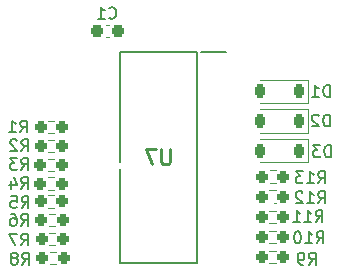
<source format=gbo>
G04 #@! TF.GenerationSoftware,KiCad,Pcbnew,8.0.2*
G04 #@! TF.CreationDate,2024-10-15T19:39:21+09:00*
G04 #@! TF.ProjectId,frontPanel,66726f6e-7450-4616-9e65-6c2e6b696361,rev?*
G04 #@! TF.SameCoordinates,Original*
G04 #@! TF.FileFunction,Legend,Bot*
G04 #@! TF.FilePolarity,Positive*
%FSLAX46Y46*%
G04 Gerber Fmt 4.6, Leading zero omitted, Abs format (unit mm)*
G04 Created by KiCad (PCBNEW 8.0.2) date 2024-10-15 19:39:21*
%MOMM*%
%LPD*%
G01*
G04 APERTURE LIST*
G04 Aperture macros list*
%AMRoundRect*
0 Rectangle with rounded corners*
0 $1 Rounding radius*
0 $2 $3 $4 $5 $6 $7 $8 $9 X,Y pos of 4 corners*
0 Add a 4 corners polygon primitive as box body*
4,1,4,$2,$3,$4,$5,$6,$7,$8,$9,$2,$3,0*
0 Add four circle primitives for the rounded corners*
1,1,$1+$1,$2,$3*
1,1,$1+$1,$4,$5*
1,1,$1+$1,$6,$7*
1,1,$1+$1,$8,$9*
0 Add four rect primitives between the rounded corners*
20,1,$1+$1,$2,$3,$4,$5,0*
20,1,$1+$1,$4,$5,$6,$7,0*
20,1,$1+$1,$6,$7,$8,$9,0*
20,1,$1+$1,$8,$9,$2,$3,0*%
G04 Aperture macros list end*
%ADD10C,0.150000*%
%ADD11C,0.254000*%
%ADD12C,0.120000*%
%ADD13C,0.200000*%
%ADD14R,1.500000X1.500000*%
%ADD15C,1.500000*%
%ADD16C,4.350000*%
%ADD17C,1.575000*%
%ADD18R,1.800000X1.800000*%
%ADD19C,1.800000*%
%ADD20C,2.400000*%
%ADD21C,1.635000*%
%ADD22C,4.455000*%
%ADD23R,1.700000X1.700000*%
%ADD24O,1.700000X1.700000*%
%ADD25RoundRect,0.237500X-0.250000X-0.237500X0.250000X-0.237500X0.250000X0.237500X-0.250000X0.237500X0*%
%ADD26RoundRect,0.237500X0.250000X0.237500X-0.250000X0.237500X-0.250000X-0.237500X0.250000X-0.237500X0*%
%ADD27RoundRect,0.225000X0.225000X0.375000X-0.225000X0.375000X-0.225000X-0.375000X0.225000X-0.375000X0*%
%ADD28R,2.100000X0.650000*%
%ADD29RoundRect,0.237500X-0.300000X-0.237500X0.300000X-0.237500X0.300000X0.237500X-0.300000X0.237500X0*%
%ADD30C,0.600000*%
G04 APERTURE END LIST*
D10*
X108755357Y-48964819D02*
X109088690Y-48488628D01*
X109326785Y-48964819D02*
X109326785Y-47964819D01*
X109326785Y-47964819D02*
X108945833Y-47964819D01*
X108945833Y-47964819D02*
X108850595Y-48012438D01*
X108850595Y-48012438D02*
X108802976Y-48060057D01*
X108802976Y-48060057D02*
X108755357Y-48155295D01*
X108755357Y-48155295D02*
X108755357Y-48298152D01*
X108755357Y-48298152D02*
X108802976Y-48393390D01*
X108802976Y-48393390D02*
X108850595Y-48441009D01*
X108850595Y-48441009D02*
X108945833Y-48488628D01*
X108945833Y-48488628D02*
X109326785Y-48488628D01*
X107802976Y-48964819D02*
X108374404Y-48964819D01*
X108088690Y-48964819D02*
X108088690Y-47964819D01*
X108088690Y-47964819D02*
X108183928Y-48107676D01*
X108183928Y-48107676D02*
X108279166Y-48202914D01*
X108279166Y-48202914D02*
X108374404Y-48250533D01*
X107422023Y-48060057D02*
X107374404Y-48012438D01*
X107374404Y-48012438D02*
X107279166Y-47964819D01*
X107279166Y-47964819D02*
X107041071Y-47964819D01*
X107041071Y-47964819D02*
X106945833Y-48012438D01*
X106945833Y-48012438D02*
X106898214Y-48060057D01*
X106898214Y-48060057D02*
X106850595Y-48155295D01*
X106850595Y-48155295D02*
X106850595Y-48250533D01*
X106850595Y-48250533D02*
X106898214Y-48393390D01*
X106898214Y-48393390D02*
X107469642Y-48964819D01*
X107469642Y-48964819D02*
X106850595Y-48964819D01*
X83616666Y-47759819D02*
X83949999Y-47283628D01*
X84188094Y-47759819D02*
X84188094Y-46759819D01*
X84188094Y-46759819D02*
X83807142Y-46759819D01*
X83807142Y-46759819D02*
X83711904Y-46807438D01*
X83711904Y-46807438D02*
X83664285Y-46855057D01*
X83664285Y-46855057D02*
X83616666Y-46950295D01*
X83616666Y-46950295D02*
X83616666Y-47093152D01*
X83616666Y-47093152D02*
X83664285Y-47188390D01*
X83664285Y-47188390D02*
X83711904Y-47236009D01*
X83711904Y-47236009D02*
X83807142Y-47283628D01*
X83807142Y-47283628D02*
X84188094Y-47283628D01*
X82759523Y-47093152D02*
X82759523Y-47759819D01*
X82997618Y-46712200D02*
X83235713Y-47426485D01*
X83235713Y-47426485D02*
X82616666Y-47426485D01*
X108555357Y-50554819D02*
X108888690Y-50078628D01*
X109126785Y-50554819D02*
X109126785Y-49554819D01*
X109126785Y-49554819D02*
X108745833Y-49554819D01*
X108745833Y-49554819D02*
X108650595Y-49602438D01*
X108650595Y-49602438D02*
X108602976Y-49650057D01*
X108602976Y-49650057D02*
X108555357Y-49745295D01*
X108555357Y-49745295D02*
X108555357Y-49888152D01*
X108555357Y-49888152D02*
X108602976Y-49983390D01*
X108602976Y-49983390D02*
X108650595Y-50031009D01*
X108650595Y-50031009D02*
X108745833Y-50078628D01*
X108745833Y-50078628D02*
X109126785Y-50078628D01*
X107602976Y-50554819D02*
X108174404Y-50554819D01*
X107888690Y-50554819D02*
X107888690Y-49554819D01*
X107888690Y-49554819D02*
X107983928Y-49697676D01*
X107983928Y-49697676D02*
X108079166Y-49792914D01*
X108079166Y-49792914D02*
X108174404Y-49840533D01*
X106650595Y-50554819D02*
X107222023Y-50554819D01*
X106936309Y-50554819D02*
X106936309Y-49554819D01*
X106936309Y-49554819D02*
X107031547Y-49697676D01*
X107031547Y-49697676D02*
X107126785Y-49792914D01*
X107126785Y-49792914D02*
X107222023Y-49840533D01*
X83704166Y-54159819D02*
X84037499Y-53683628D01*
X84275594Y-54159819D02*
X84275594Y-53159819D01*
X84275594Y-53159819D02*
X83894642Y-53159819D01*
X83894642Y-53159819D02*
X83799404Y-53207438D01*
X83799404Y-53207438D02*
X83751785Y-53255057D01*
X83751785Y-53255057D02*
X83704166Y-53350295D01*
X83704166Y-53350295D02*
X83704166Y-53493152D01*
X83704166Y-53493152D02*
X83751785Y-53588390D01*
X83751785Y-53588390D02*
X83799404Y-53636009D01*
X83799404Y-53636009D02*
X83894642Y-53683628D01*
X83894642Y-53683628D02*
X84275594Y-53683628D01*
X83132737Y-53588390D02*
X83227975Y-53540771D01*
X83227975Y-53540771D02*
X83275594Y-53493152D01*
X83275594Y-53493152D02*
X83323213Y-53397914D01*
X83323213Y-53397914D02*
X83323213Y-53350295D01*
X83323213Y-53350295D02*
X83275594Y-53255057D01*
X83275594Y-53255057D02*
X83227975Y-53207438D01*
X83227975Y-53207438D02*
X83132737Y-53159819D01*
X83132737Y-53159819D02*
X82942261Y-53159819D01*
X82942261Y-53159819D02*
X82847023Y-53207438D01*
X82847023Y-53207438D02*
X82799404Y-53255057D01*
X82799404Y-53255057D02*
X82751785Y-53350295D01*
X82751785Y-53350295D02*
X82751785Y-53397914D01*
X82751785Y-53397914D02*
X82799404Y-53493152D01*
X82799404Y-53493152D02*
X82847023Y-53540771D01*
X82847023Y-53540771D02*
X82942261Y-53588390D01*
X82942261Y-53588390D02*
X83132737Y-53588390D01*
X83132737Y-53588390D02*
X83227975Y-53636009D01*
X83227975Y-53636009D02*
X83275594Y-53683628D01*
X83275594Y-53683628D02*
X83323213Y-53778866D01*
X83323213Y-53778866D02*
X83323213Y-53969342D01*
X83323213Y-53969342D02*
X83275594Y-54064580D01*
X83275594Y-54064580D02*
X83227975Y-54112200D01*
X83227975Y-54112200D02*
X83132737Y-54159819D01*
X83132737Y-54159819D02*
X82942261Y-54159819D01*
X82942261Y-54159819D02*
X82847023Y-54112200D01*
X82847023Y-54112200D02*
X82799404Y-54064580D01*
X82799404Y-54064580D02*
X82751785Y-53969342D01*
X82751785Y-53969342D02*
X82751785Y-53778866D01*
X82751785Y-53778866D02*
X82799404Y-53683628D01*
X82799404Y-53683628D02*
X82847023Y-53636009D01*
X82847023Y-53636009D02*
X82942261Y-53588390D01*
X109850594Y-45054819D02*
X109850594Y-44054819D01*
X109850594Y-44054819D02*
X109612499Y-44054819D01*
X109612499Y-44054819D02*
X109469642Y-44102438D01*
X109469642Y-44102438D02*
X109374404Y-44197676D01*
X109374404Y-44197676D02*
X109326785Y-44292914D01*
X109326785Y-44292914D02*
X109279166Y-44483390D01*
X109279166Y-44483390D02*
X109279166Y-44626247D01*
X109279166Y-44626247D02*
X109326785Y-44816723D01*
X109326785Y-44816723D02*
X109374404Y-44911961D01*
X109374404Y-44911961D02*
X109469642Y-45007200D01*
X109469642Y-45007200D02*
X109612499Y-45054819D01*
X109612499Y-45054819D02*
X109850594Y-45054819D01*
X108945832Y-44054819D02*
X108326785Y-44054819D01*
X108326785Y-44054819D02*
X108660118Y-44435771D01*
X108660118Y-44435771D02*
X108517261Y-44435771D01*
X108517261Y-44435771D02*
X108422023Y-44483390D01*
X108422023Y-44483390D02*
X108374404Y-44531009D01*
X108374404Y-44531009D02*
X108326785Y-44626247D01*
X108326785Y-44626247D02*
X108326785Y-44864342D01*
X108326785Y-44864342D02*
X108374404Y-44959580D01*
X108374404Y-44959580D02*
X108422023Y-45007200D01*
X108422023Y-45007200D02*
X108517261Y-45054819D01*
X108517261Y-45054819D02*
X108802975Y-45054819D01*
X108802975Y-45054819D02*
X108898213Y-45007200D01*
X108898213Y-45007200D02*
X108945832Y-44959580D01*
X83616666Y-50859819D02*
X83949999Y-50383628D01*
X84188094Y-50859819D02*
X84188094Y-49859819D01*
X84188094Y-49859819D02*
X83807142Y-49859819D01*
X83807142Y-49859819D02*
X83711904Y-49907438D01*
X83711904Y-49907438D02*
X83664285Y-49955057D01*
X83664285Y-49955057D02*
X83616666Y-50050295D01*
X83616666Y-50050295D02*
X83616666Y-50193152D01*
X83616666Y-50193152D02*
X83664285Y-50288390D01*
X83664285Y-50288390D02*
X83711904Y-50336009D01*
X83711904Y-50336009D02*
X83807142Y-50383628D01*
X83807142Y-50383628D02*
X84188094Y-50383628D01*
X82759523Y-49859819D02*
X82949999Y-49859819D01*
X82949999Y-49859819D02*
X83045237Y-49907438D01*
X83045237Y-49907438D02*
X83092856Y-49955057D01*
X83092856Y-49955057D02*
X83188094Y-50097914D01*
X83188094Y-50097914D02*
X83235713Y-50288390D01*
X83235713Y-50288390D02*
X83235713Y-50669342D01*
X83235713Y-50669342D02*
X83188094Y-50764580D01*
X83188094Y-50764580D02*
X83140475Y-50812200D01*
X83140475Y-50812200D02*
X83045237Y-50859819D01*
X83045237Y-50859819D02*
X82854761Y-50859819D01*
X82854761Y-50859819D02*
X82759523Y-50812200D01*
X82759523Y-50812200D02*
X82711904Y-50764580D01*
X82711904Y-50764580D02*
X82664285Y-50669342D01*
X82664285Y-50669342D02*
X82664285Y-50431247D01*
X82664285Y-50431247D02*
X82711904Y-50336009D01*
X82711904Y-50336009D02*
X82759523Y-50288390D01*
X82759523Y-50288390D02*
X82854761Y-50240771D01*
X82854761Y-50240771D02*
X83045237Y-50240771D01*
X83045237Y-50240771D02*
X83140475Y-50288390D01*
X83140475Y-50288390D02*
X83188094Y-50336009D01*
X83188094Y-50336009D02*
X83235713Y-50431247D01*
D11*
X96217619Y-44409318D02*
X96217619Y-45437413D01*
X96217619Y-45437413D02*
X96157142Y-45558365D01*
X96157142Y-45558365D02*
X96096666Y-45618842D01*
X96096666Y-45618842D02*
X95975714Y-45679318D01*
X95975714Y-45679318D02*
X95733809Y-45679318D01*
X95733809Y-45679318D02*
X95612857Y-45618842D01*
X95612857Y-45618842D02*
X95552380Y-45558365D01*
X95552380Y-45558365D02*
X95491904Y-45437413D01*
X95491904Y-45437413D02*
X95491904Y-44409318D01*
X95008095Y-44409318D02*
X94161428Y-44409318D01*
X94161428Y-44409318D02*
X94705714Y-45679318D01*
D10*
X83629166Y-46149819D02*
X83962499Y-45673628D01*
X84200594Y-46149819D02*
X84200594Y-45149819D01*
X84200594Y-45149819D02*
X83819642Y-45149819D01*
X83819642Y-45149819D02*
X83724404Y-45197438D01*
X83724404Y-45197438D02*
X83676785Y-45245057D01*
X83676785Y-45245057D02*
X83629166Y-45340295D01*
X83629166Y-45340295D02*
X83629166Y-45483152D01*
X83629166Y-45483152D02*
X83676785Y-45578390D01*
X83676785Y-45578390D02*
X83724404Y-45626009D01*
X83724404Y-45626009D02*
X83819642Y-45673628D01*
X83819642Y-45673628D02*
X84200594Y-45673628D01*
X83295832Y-45149819D02*
X82676785Y-45149819D01*
X82676785Y-45149819D02*
X83010118Y-45530771D01*
X83010118Y-45530771D02*
X82867261Y-45530771D01*
X82867261Y-45530771D02*
X82772023Y-45578390D01*
X82772023Y-45578390D02*
X82724404Y-45626009D01*
X82724404Y-45626009D02*
X82676785Y-45721247D01*
X82676785Y-45721247D02*
X82676785Y-45959342D01*
X82676785Y-45959342D02*
X82724404Y-46054580D01*
X82724404Y-46054580D02*
X82772023Y-46102200D01*
X82772023Y-46102200D02*
X82867261Y-46149819D01*
X82867261Y-46149819D02*
X83152975Y-46149819D01*
X83152975Y-46149819D02*
X83248213Y-46102200D01*
X83248213Y-46102200D02*
X83295832Y-46054580D01*
X91066666Y-33259580D02*
X91114285Y-33307200D01*
X91114285Y-33307200D02*
X91257142Y-33354819D01*
X91257142Y-33354819D02*
X91352380Y-33354819D01*
X91352380Y-33354819D02*
X91495237Y-33307200D01*
X91495237Y-33307200D02*
X91590475Y-33211961D01*
X91590475Y-33211961D02*
X91638094Y-33116723D01*
X91638094Y-33116723D02*
X91685713Y-32926247D01*
X91685713Y-32926247D02*
X91685713Y-32783390D01*
X91685713Y-32783390D02*
X91638094Y-32592914D01*
X91638094Y-32592914D02*
X91590475Y-32497676D01*
X91590475Y-32497676D02*
X91495237Y-32402438D01*
X91495237Y-32402438D02*
X91352380Y-32354819D01*
X91352380Y-32354819D02*
X91257142Y-32354819D01*
X91257142Y-32354819D02*
X91114285Y-32402438D01*
X91114285Y-32402438D02*
X91066666Y-32450057D01*
X90114285Y-33354819D02*
X90685713Y-33354819D01*
X90399999Y-33354819D02*
X90399999Y-32354819D01*
X90399999Y-32354819D02*
X90495237Y-32497676D01*
X90495237Y-32497676D02*
X90590475Y-32592914D01*
X90590475Y-32592914D02*
X90685713Y-32640533D01*
X83541666Y-42959819D02*
X83874999Y-42483628D01*
X84113094Y-42959819D02*
X84113094Y-41959819D01*
X84113094Y-41959819D02*
X83732142Y-41959819D01*
X83732142Y-41959819D02*
X83636904Y-42007438D01*
X83636904Y-42007438D02*
X83589285Y-42055057D01*
X83589285Y-42055057D02*
X83541666Y-42150295D01*
X83541666Y-42150295D02*
X83541666Y-42293152D01*
X83541666Y-42293152D02*
X83589285Y-42388390D01*
X83589285Y-42388390D02*
X83636904Y-42436009D01*
X83636904Y-42436009D02*
X83732142Y-42483628D01*
X83732142Y-42483628D02*
X84113094Y-42483628D01*
X82589285Y-42959819D02*
X83160713Y-42959819D01*
X82874999Y-42959819D02*
X82874999Y-41959819D01*
X82874999Y-41959819D02*
X82970237Y-42102676D01*
X82970237Y-42102676D02*
X83065475Y-42197914D01*
X83065475Y-42197914D02*
X83160713Y-42245533D01*
X107979166Y-54154819D02*
X108312499Y-53678628D01*
X108550594Y-54154819D02*
X108550594Y-53154819D01*
X108550594Y-53154819D02*
X108169642Y-53154819D01*
X108169642Y-53154819D02*
X108074404Y-53202438D01*
X108074404Y-53202438D02*
X108026785Y-53250057D01*
X108026785Y-53250057D02*
X107979166Y-53345295D01*
X107979166Y-53345295D02*
X107979166Y-53488152D01*
X107979166Y-53488152D02*
X108026785Y-53583390D01*
X108026785Y-53583390D02*
X108074404Y-53631009D01*
X108074404Y-53631009D02*
X108169642Y-53678628D01*
X108169642Y-53678628D02*
X108550594Y-53678628D01*
X107502975Y-54154819D02*
X107312499Y-54154819D01*
X107312499Y-54154819D02*
X107217261Y-54107200D01*
X107217261Y-54107200D02*
X107169642Y-54059580D01*
X107169642Y-54059580D02*
X107074404Y-53916723D01*
X107074404Y-53916723D02*
X107026785Y-53726247D01*
X107026785Y-53726247D02*
X107026785Y-53345295D01*
X107026785Y-53345295D02*
X107074404Y-53250057D01*
X107074404Y-53250057D02*
X107122023Y-53202438D01*
X107122023Y-53202438D02*
X107217261Y-53154819D01*
X107217261Y-53154819D02*
X107407737Y-53154819D01*
X107407737Y-53154819D02*
X107502975Y-53202438D01*
X107502975Y-53202438D02*
X107550594Y-53250057D01*
X107550594Y-53250057D02*
X107598213Y-53345295D01*
X107598213Y-53345295D02*
X107598213Y-53583390D01*
X107598213Y-53583390D02*
X107550594Y-53678628D01*
X107550594Y-53678628D02*
X107502975Y-53726247D01*
X107502975Y-53726247D02*
X107407737Y-53773866D01*
X107407737Y-53773866D02*
X107217261Y-53773866D01*
X107217261Y-53773866D02*
X107122023Y-53726247D01*
X107122023Y-53726247D02*
X107074404Y-53678628D01*
X107074404Y-53678628D02*
X107026785Y-53583390D01*
X83641666Y-44559819D02*
X83974999Y-44083628D01*
X84213094Y-44559819D02*
X84213094Y-43559819D01*
X84213094Y-43559819D02*
X83832142Y-43559819D01*
X83832142Y-43559819D02*
X83736904Y-43607438D01*
X83736904Y-43607438D02*
X83689285Y-43655057D01*
X83689285Y-43655057D02*
X83641666Y-43750295D01*
X83641666Y-43750295D02*
X83641666Y-43893152D01*
X83641666Y-43893152D02*
X83689285Y-43988390D01*
X83689285Y-43988390D02*
X83736904Y-44036009D01*
X83736904Y-44036009D02*
X83832142Y-44083628D01*
X83832142Y-44083628D02*
X84213094Y-44083628D01*
X83260713Y-43655057D02*
X83213094Y-43607438D01*
X83213094Y-43607438D02*
X83117856Y-43559819D01*
X83117856Y-43559819D02*
X82879761Y-43559819D01*
X82879761Y-43559819D02*
X82784523Y-43607438D01*
X82784523Y-43607438D02*
X82736904Y-43655057D01*
X82736904Y-43655057D02*
X82689285Y-43750295D01*
X82689285Y-43750295D02*
X82689285Y-43845533D01*
X82689285Y-43845533D02*
X82736904Y-43988390D01*
X82736904Y-43988390D02*
X83308332Y-44559819D01*
X83308332Y-44559819D02*
X82689285Y-44559819D01*
X109750594Y-42454819D02*
X109750594Y-41454819D01*
X109750594Y-41454819D02*
X109512499Y-41454819D01*
X109512499Y-41454819D02*
X109369642Y-41502438D01*
X109369642Y-41502438D02*
X109274404Y-41597676D01*
X109274404Y-41597676D02*
X109226785Y-41692914D01*
X109226785Y-41692914D02*
X109179166Y-41883390D01*
X109179166Y-41883390D02*
X109179166Y-42026247D01*
X109179166Y-42026247D02*
X109226785Y-42216723D01*
X109226785Y-42216723D02*
X109274404Y-42311961D01*
X109274404Y-42311961D02*
X109369642Y-42407200D01*
X109369642Y-42407200D02*
X109512499Y-42454819D01*
X109512499Y-42454819D02*
X109750594Y-42454819D01*
X108798213Y-41550057D02*
X108750594Y-41502438D01*
X108750594Y-41502438D02*
X108655356Y-41454819D01*
X108655356Y-41454819D02*
X108417261Y-41454819D01*
X108417261Y-41454819D02*
X108322023Y-41502438D01*
X108322023Y-41502438D02*
X108274404Y-41550057D01*
X108274404Y-41550057D02*
X108226785Y-41645295D01*
X108226785Y-41645295D02*
X108226785Y-41740533D01*
X108226785Y-41740533D02*
X108274404Y-41883390D01*
X108274404Y-41883390D02*
X108845832Y-42454819D01*
X108845832Y-42454819D02*
X108226785Y-42454819D01*
X83654166Y-49359819D02*
X83987499Y-48883628D01*
X84225594Y-49359819D02*
X84225594Y-48359819D01*
X84225594Y-48359819D02*
X83844642Y-48359819D01*
X83844642Y-48359819D02*
X83749404Y-48407438D01*
X83749404Y-48407438D02*
X83701785Y-48455057D01*
X83701785Y-48455057D02*
X83654166Y-48550295D01*
X83654166Y-48550295D02*
X83654166Y-48693152D01*
X83654166Y-48693152D02*
X83701785Y-48788390D01*
X83701785Y-48788390D02*
X83749404Y-48836009D01*
X83749404Y-48836009D02*
X83844642Y-48883628D01*
X83844642Y-48883628D02*
X84225594Y-48883628D01*
X82749404Y-48359819D02*
X83225594Y-48359819D01*
X83225594Y-48359819D02*
X83273213Y-48836009D01*
X83273213Y-48836009D02*
X83225594Y-48788390D01*
X83225594Y-48788390D02*
X83130356Y-48740771D01*
X83130356Y-48740771D02*
X82892261Y-48740771D01*
X82892261Y-48740771D02*
X82797023Y-48788390D01*
X82797023Y-48788390D02*
X82749404Y-48836009D01*
X82749404Y-48836009D02*
X82701785Y-48931247D01*
X82701785Y-48931247D02*
X82701785Y-49169342D01*
X82701785Y-49169342D02*
X82749404Y-49264580D01*
X82749404Y-49264580D02*
X82797023Y-49312200D01*
X82797023Y-49312200D02*
X82892261Y-49359819D01*
X82892261Y-49359819D02*
X83130356Y-49359819D01*
X83130356Y-49359819D02*
X83225594Y-49312200D01*
X83225594Y-49312200D02*
X83273213Y-49264580D01*
X109750594Y-39954819D02*
X109750594Y-38954819D01*
X109750594Y-38954819D02*
X109512499Y-38954819D01*
X109512499Y-38954819D02*
X109369642Y-39002438D01*
X109369642Y-39002438D02*
X109274404Y-39097676D01*
X109274404Y-39097676D02*
X109226785Y-39192914D01*
X109226785Y-39192914D02*
X109179166Y-39383390D01*
X109179166Y-39383390D02*
X109179166Y-39526247D01*
X109179166Y-39526247D02*
X109226785Y-39716723D01*
X109226785Y-39716723D02*
X109274404Y-39811961D01*
X109274404Y-39811961D02*
X109369642Y-39907200D01*
X109369642Y-39907200D02*
X109512499Y-39954819D01*
X109512499Y-39954819D02*
X109750594Y-39954819D01*
X108226785Y-39954819D02*
X108798213Y-39954819D01*
X108512499Y-39954819D02*
X108512499Y-38954819D01*
X108512499Y-38954819D02*
X108607737Y-39097676D01*
X108607737Y-39097676D02*
X108702975Y-39192914D01*
X108702975Y-39192914D02*
X108798213Y-39240533D01*
X108630357Y-52354819D02*
X108963690Y-51878628D01*
X109201785Y-52354819D02*
X109201785Y-51354819D01*
X109201785Y-51354819D02*
X108820833Y-51354819D01*
X108820833Y-51354819D02*
X108725595Y-51402438D01*
X108725595Y-51402438D02*
X108677976Y-51450057D01*
X108677976Y-51450057D02*
X108630357Y-51545295D01*
X108630357Y-51545295D02*
X108630357Y-51688152D01*
X108630357Y-51688152D02*
X108677976Y-51783390D01*
X108677976Y-51783390D02*
X108725595Y-51831009D01*
X108725595Y-51831009D02*
X108820833Y-51878628D01*
X108820833Y-51878628D02*
X109201785Y-51878628D01*
X107677976Y-52354819D02*
X108249404Y-52354819D01*
X107963690Y-52354819D02*
X107963690Y-51354819D01*
X107963690Y-51354819D02*
X108058928Y-51497676D01*
X108058928Y-51497676D02*
X108154166Y-51592914D01*
X108154166Y-51592914D02*
X108249404Y-51640533D01*
X107058928Y-51354819D02*
X106963690Y-51354819D01*
X106963690Y-51354819D02*
X106868452Y-51402438D01*
X106868452Y-51402438D02*
X106820833Y-51450057D01*
X106820833Y-51450057D02*
X106773214Y-51545295D01*
X106773214Y-51545295D02*
X106725595Y-51735771D01*
X106725595Y-51735771D02*
X106725595Y-51973866D01*
X106725595Y-51973866D02*
X106773214Y-52164342D01*
X106773214Y-52164342D02*
X106820833Y-52259580D01*
X106820833Y-52259580D02*
X106868452Y-52307200D01*
X106868452Y-52307200D02*
X106963690Y-52354819D01*
X106963690Y-52354819D02*
X107058928Y-52354819D01*
X107058928Y-52354819D02*
X107154166Y-52307200D01*
X107154166Y-52307200D02*
X107201785Y-52259580D01*
X107201785Y-52259580D02*
X107249404Y-52164342D01*
X107249404Y-52164342D02*
X107297023Y-51973866D01*
X107297023Y-51973866D02*
X107297023Y-51735771D01*
X107297023Y-51735771D02*
X107249404Y-51545295D01*
X107249404Y-51545295D02*
X107201785Y-51450057D01*
X107201785Y-51450057D02*
X107154166Y-51402438D01*
X107154166Y-51402438D02*
X107058928Y-51354819D01*
X108767857Y-47274819D02*
X109101190Y-46798628D01*
X109339285Y-47274819D02*
X109339285Y-46274819D01*
X109339285Y-46274819D02*
X108958333Y-46274819D01*
X108958333Y-46274819D02*
X108863095Y-46322438D01*
X108863095Y-46322438D02*
X108815476Y-46370057D01*
X108815476Y-46370057D02*
X108767857Y-46465295D01*
X108767857Y-46465295D02*
X108767857Y-46608152D01*
X108767857Y-46608152D02*
X108815476Y-46703390D01*
X108815476Y-46703390D02*
X108863095Y-46751009D01*
X108863095Y-46751009D02*
X108958333Y-46798628D01*
X108958333Y-46798628D02*
X109339285Y-46798628D01*
X107815476Y-47274819D02*
X108386904Y-47274819D01*
X108101190Y-47274819D02*
X108101190Y-46274819D01*
X108101190Y-46274819D02*
X108196428Y-46417676D01*
X108196428Y-46417676D02*
X108291666Y-46512914D01*
X108291666Y-46512914D02*
X108386904Y-46560533D01*
X107482142Y-46274819D02*
X106863095Y-46274819D01*
X106863095Y-46274819D02*
X107196428Y-46655771D01*
X107196428Y-46655771D02*
X107053571Y-46655771D01*
X107053571Y-46655771D02*
X106958333Y-46703390D01*
X106958333Y-46703390D02*
X106910714Y-46751009D01*
X106910714Y-46751009D02*
X106863095Y-46846247D01*
X106863095Y-46846247D02*
X106863095Y-47084342D01*
X106863095Y-47084342D02*
X106910714Y-47179580D01*
X106910714Y-47179580D02*
X106958333Y-47227200D01*
X106958333Y-47227200D02*
X107053571Y-47274819D01*
X107053571Y-47274819D02*
X107339285Y-47274819D01*
X107339285Y-47274819D02*
X107434523Y-47227200D01*
X107434523Y-47227200D02*
X107482142Y-47179580D01*
X83629166Y-52539819D02*
X83962499Y-52063628D01*
X84200594Y-52539819D02*
X84200594Y-51539819D01*
X84200594Y-51539819D02*
X83819642Y-51539819D01*
X83819642Y-51539819D02*
X83724404Y-51587438D01*
X83724404Y-51587438D02*
X83676785Y-51635057D01*
X83676785Y-51635057D02*
X83629166Y-51730295D01*
X83629166Y-51730295D02*
X83629166Y-51873152D01*
X83629166Y-51873152D02*
X83676785Y-51968390D01*
X83676785Y-51968390D02*
X83724404Y-52016009D01*
X83724404Y-52016009D02*
X83819642Y-52063628D01*
X83819642Y-52063628D02*
X84200594Y-52063628D01*
X83295832Y-51539819D02*
X82629166Y-51539819D01*
X82629166Y-51539819D02*
X83057737Y-52539819D01*
D12*
X105154724Y-47877500D02*
X104645276Y-47877500D01*
X105154724Y-48922500D02*
X104645276Y-48922500D01*
X85907776Y-46782500D02*
X86417224Y-46782500D01*
X85907776Y-47827500D02*
X86417224Y-47827500D01*
X105154724Y-49577500D02*
X104645276Y-49577500D01*
X105154724Y-50622500D02*
X104645276Y-50622500D01*
X86082776Y-53082500D02*
X86592224Y-53082500D01*
X86082776Y-54127500D02*
X86592224Y-54127500D01*
X103862500Y-43500000D02*
X107872500Y-43500000D01*
X103862500Y-45500000D02*
X107872500Y-45500000D01*
X107872500Y-45500000D02*
X107872500Y-43500000D01*
X85995276Y-49882500D02*
X86504724Y-49882500D01*
X85995276Y-50927500D02*
X86504724Y-50927500D01*
D13*
X92000000Y-36153000D02*
X98500000Y-36153000D01*
X92000000Y-54057000D02*
X92000000Y-36153000D01*
X98500000Y-36153000D02*
X98500000Y-54057000D01*
X98500000Y-54057000D02*
X92000000Y-54057000D01*
X98850000Y-36175000D02*
X100950000Y-36175000D01*
D12*
X85907776Y-45182500D02*
X86417224Y-45182500D01*
X85907776Y-46227500D02*
X86417224Y-46227500D01*
X91083767Y-33890000D02*
X90791233Y-33890000D01*
X91083767Y-34910000D02*
X90791233Y-34910000D01*
X85920276Y-41972500D02*
X86429724Y-41972500D01*
X85920276Y-43017500D02*
X86429724Y-43017500D01*
X105154724Y-52977500D02*
X104645276Y-52977500D01*
X105154724Y-54022500D02*
X104645276Y-54022500D01*
X85920276Y-43582500D02*
X86429724Y-43582500D01*
X85920276Y-44627500D02*
X86429724Y-44627500D01*
X103862500Y-41000000D02*
X107872500Y-41000000D01*
X103862500Y-43000000D02*
X107872500Y-43000000D01*
X107872500Y-43000000D02*
X107872500Y-41000000D01*
X85920276Y-48282500D02*
X86429724Y-48282500D01*
X85920276Y-49327500D02*
X86429724Y-49327500D01*
X103862500Y-38500000D02*
X107872500Y-38500000D01*
X103862500Y-40500000D02*
X107872500Y-40500000D01*
X107872500Y-40500000D02*
X107872500Y-38500000D01*
X105154724Y-51277500D02*
X104645276Y-51277500D01*
X105154724Y-52322500D02*
X104645276Y-52322500D01*
X105167224Y-46177500D02*
X104657776Y-46177500D01*
X105167224Y-47222500D02*
X104657776Y-47222500D01*
X86007776Y-51482500D02*
X86517224Y-51482500D01*
X86007776Y-52527500D02*
X86517224Y-52527500D01*
%LPC*%
D14*
X89100000Y-74575000D03*
D15*
X91600000Y-74575000D03*
X94100000Y-74575000D03*
X96600000Y-74575000D03*
D16*
X87050000Y-63575000D03*
X98650000Y-63575000D03*
D17*
X162831000Y-90650000D03*
X156331000Y-90650000D03*
X162831000Y-86150000D03*
X156331000Y-86150000D03*
X94100000Y-127800000D03*
X87600000Y-127800000D03*
X94100000Y-123300000D03*
X87600000Y-123300000D03*
D14*
X26950000Y-74700000D03*
D15*
X29450000Y-74700000D03*
X31950000Y-74700000D03*
X34450000Y-74700000D03*
D16*
X24900000Y-63700000D03*
X36500000Y-63700000D03*
D17*
X104331000Y-90650000D03*
X97831000Y-90650000D03*
X104331000Y-86150000D03*
X97831000Y-86150000D03*
D18*
X100096000Y-80850000D03*
D19*
X102636000Y-80850000D03*
D18*
X72091000Y-98900000D03*
D19*
X74631000Y-98900000D03*
D18*
X40831000Y-99400000D03*
D19*
X43371000Y-99400000D03*
D17*
X130531000Y-90650000D03*
X124031000Y-90650000D03*
X130531000Y-86150000D03*
X124031000Y-86150000D03*
X98200000Y-108700000D03*
X91700000Y-108700000D03*
X98200000Y-104200000D03*
X91700000Y-104200000D03*
X29331000Y-90350000D03*
X22831000Y-90350000D03*
X29331000Y-85850000D03*
X22831000Y-85850000D03*
X126300000Y-127800000D03*
X119800000Y-127800000D03*
X126300000Y-123300000D03*
X119800000Y-123300000D03*
D18*
X46925000Y-117600000D03*
D19*
X49465000Y-117600000D03*
D18*
X52391000Y-80650000D03*
D19*
X54931000Y-80650000D03*
D18*
X36100000Y-117600000D03*
D19*
X38640000Y-117600000D03*
D20*
X155000000Y-38700000D03*
X138700000Y-38700000D03*
X155000000Y-32400000D03*
X138700000Y-32400000D03*
X155000000Y-45000000D03*
X138700000Y-45000000D03*
D17*
X152131000Y-90650000D03*
X145631000Y-90650000D03*
X152131000Y-86150000D03*
X145631000Y-86150000D03*
X141331000Y-90650000D03*
X134831000Y-90650000D03*
X141331000Y-86150000D03*
X134831000Y-86150000D03*
D18*
X132360000Y-117800000D03*
D19*
X134900000Y-117800000D03*
D17*
X56600000Y-90600000D03*
X50100000Y-90600000D03*
X56600000Y-86100000D03*
X50100000Y-86100000D03*
X87500000Y-108700000D03*
X81000000Y-108700000D03*
X87500000Y-104200000D03*
X81000000Y-104200000D03*
D14*
X155450000Y-74400000D03*
D15*
X157950000Y-74400000D03*
X160450000Y-74400000D03*
X162950000Y-74400000D03*
D16*
X153400000Y-63400000D03*
X165000000Y-63400000D03*
D18*
X143560000Y-117700000D03*
D19*
X146100000Y-117700000D03*
D18*
X82956000Y-98900000D03*
D19*
X85496000Y-98900000D03*
D17*
X45700000Y-108700000D03*
X39200000Y-108700000D03*
X45700000Y-104200000D03*
X39200000Y-104200000D03*
D18*
X78825000Y-117900000D03*
D19*
X81365000Y-117900000D03*
D14*
X117950000Y-45700000D03*
D15*
X120450000Y-45700000D03*
X122950000Y-45700000D03*
X125450000Y-45700000D03*
D16*
X115900000Y-34700000D03*
X127500000Y-34700000D03*
D18*
X147391000Y-80850000D03*
D19*
X149931000Y-80850000D03*
D18*
X158831000Y-80850000D03*
D19*
X161371000Y-80850000D03*
D18*
X89331000Y-80850000D03*
D19*
X91871000Y-80850000D03*
D18*
X41391000Y-80650000D03*
D19*
X43931000Y-80650000D03*
D18*
X100225000Y-117900000D03*
D19*
X102765000Y-117900000D03*
D17*
X29835000Y-107800000D03*
X23335000Y-107800000D03*
X29835000Y-103300000D03*
X23335000Y-103300000D03*
X160400000Y-127700000D03*
X153900000Y-127700000D03*
X160400000Y-123200000D03*
X153900000Y-123200000D03*
X147700000Y-127800000D03*
X141200000Y-127800000D03*
X147700000Y-123300000D03*
X141200000Y-123300000D03*
X61900000Y-127790000D03*
X55400000Y-127790000D03*
X61900000Y-123290000D03*
X55400000Y-123290000D03*
D18*
X110631000Y-80850000D03*
D19*
X113171000Y-80850000D03*
D17*
X126400000Y-108600000D03*
X119900000Y-108600000D03*
X126400000Y-104100000D03*
X119900000Y-104100000D03*
X45931000Y-90550000D03*
X39431000Y-90550000D03*
X45931000Y-86050000D03*
X39431000Y-86050000D03*
D18*
X73791000Y-80650000D03*
D19*
X76331000Y-80650000D03*
D18*
X119156000Y-98600000D03*
D19*
X121696000Y-98600000D03*
D21*
X28340000Y-46000000D03*
X30880000Y-46000000D03*
X33420000Y-46000000D03*
X25800000Y-46000000D03*
X35960000Y-46000000D03*
D18*
X57560000Y-117600000D03*
D19*
X60100000Y-117600000D03*
D18*
X132891000Y-98800000D03*
D19*
X135431000Y-98800000D03*
D14*
X129150000Y-74475000D03*
D15*
X131650000Y-74475000D03*
X134150000Y-74475000D03*
X136650000Y-74475000D03*
D16*
X127100000Y-63475000D03*
X138700000Y-63475000D03*
D14*
X47450000Y-74600000D03*
D15*
X49950000Y-74600000D03*
X52450000Y-74600000D03*
X54950000Y-74600000D03*
D16*
X45400000Y-63600000D03*
X57000000Y-63600000D03*
D17*
X56431000Y-108700000D03*
X49931000Y-108700000D03*
X56431000Y-104200000D03*
X49931000Y-104200000D03*
X83300000Y-127800000D03*
X76800000Y-127800000D03*
X83300000Y-123300000D03*
X76800000Y-123300000D03*
X67300000Y-90600000D03*
X60800000Y-90600000D03*
X67300000Y-86100000D03*
X60800000Y-86100000D03*
D18*
X121560000Y-117900000D03*
D19*
X124100000Y-117900000D03*
D14*
X109150000Y-74500000D03*
D15*
X111650000Y-74500000D03*
X114150000Y-74500000D03*
X116650000Y-74500000D03*
D16*
X107100000Y-63500000D03*
X118700000Y-63500000D03*
D18*
X25860000Y-97600000D03*
D19*
X28400000Y-97600000D03*
D17*
X78031000Y-90550000D03*
X71531000Y-90550000D03*
X78031000Y-86050000D03*
X71531000Y-86050000D03*
D18*
X143556000Y-98900000D03*
D19*
X146096000Y-98900000D03*
D18*
X125956000Y-80850000D03*
D19*
X128496000Y-80850000D03*
D18*
X125531000Y-98800000D03*
D19*
X128071000Y-98800000D03*
D17*
X93631000Y-90650000D03*
X87131000Y-90650000D03*
X93631000Y-86150000D03*
X87131000Y-86150000D03*
X76800000Y-108700000D03*
X70300000Y-108700000D03*
X76800000Y-104200000D03*
X70300000Y-104200000D03*
D18*
X89625000Y-117900000D03*
D19*
X92165000Y-117900000D03*
D18*
X136256000Y-80850000D03*
D19*
X138796000Y-80850000D03*
D18*
X62791000Y-80750000D03*
D19*
X65331000Y-80750000D03*
D17*
X72600000Y-127800000D03*
X66100000Y-127800000D03*
X72600000Y-123300000D03*
X66100000Y-123300000D03*
X40480000Y-127790000D03*
X33980000Y-127790000D03*
X40480000Y-123290000D03*
X33980000Y-123290000D03*
D14*
X69200000Y-74300000D03*
D15*
X67200000Y-74300000D03*
X77200000Y-74300000D03*
X71200000Y-74300000D03*
X73200000Y-74300000D03*
X75200000Y-74300000D03*
D22*
X66400000Y-63300000D03*
X78000000Y-63300000D03*
D17*
X115600000Y-127800000D03*
X109100000Y-127800000D03*
X115600000Y-123300000D03*
X109100000Y-123300000D03*
X137000000Y-127800000D03*
X130500000Y-127800000D03*
X137000000Y-123300000D03*
X130500000Y-123300000D03*
D18*
X111125000Y-117800000D03*
D19*
X113665000Y-117800000D03*
D17*
X137100000Y-108600000D03*
X130600000Y-108600000D03*
X137100000Y-104100000D03*
X130600000Y-104100000D03*
D18*
X68225000Y-117600000D03*
D19*
X70765000Y-117600000D03*
D17*
X115031000Y-90650000D03*
X108531000Y-90650000D03*
X115031000Y-86150000D03*
X108531000Y-86150000D03*
X51200000Y-127790000D03*
X44700000Y-127790000D03*
X51200000Y-123290000D03*
X44700000Y-123290000D03*
X160500000Y-108600000D03*
X154000000Y-108600000D03*
X160500000Y-104100000D03*
X154000000Y-104100000D03*
X147800000Y-108600000D03*
X141300000Y-108600000D03*
X147800000Y-104100000D03*
X141300000Y-104100000D03*
D18*
X51656000Y-99100000D03*
D19*
X54196000Y-99100000D03*
D23*
X36940000Y-28560000D03*
D24*
X36940000Y-31100000D03*
X39480000Y-28560000D03*
X39480000Y-31100000D03*
X42020000Y-28560000D03*
X42020000Y-31100000D03*
X44560000Y-28560000D03*
X44560000Y-31100000D03*
X47100000Y-28560000D03*
X47100000Y-31100000D03*
X49640000Y-28560000D03*
X49640000Y-31100000D03*
X52180000Y-28560000D03*
X52180000Y-31100000D03*
X54720000Y-28560000D03*
X54720000Y-31100000D03*
X57260000Y-28560000D03*
X57260000Y-31100000D03*
X59800000Y-28560000D03*
X59800000Y-31100000D03*
X62340000Y-28560000D03*
X62340000Y-31100000D03*
X64880000Y-28560000D03*
X64880000Y-31100000D03*
X67420000Y-28560000D03*
X67420000Y-31100000D03*
X69960000Y-28560000D03*
X69960000Y-31100000D03*
X72500000Y-28560000D03*
X72500000Y-31100000D03*
X75040000Y-28560000D03*
X75040000Y-31100000D03*
X77580000Y-28560000D03*
X77580000Y-31100000D03*
X80120000Y-28560000D03*
X80120000Y-31100000D03*
X82660000Y-28560000D03*
X82660000Y-31100000D03*
X85200000Y-28560000D03*
X85200000Y-31100000D03*
D18*
X93556000Y-98900000D03*
D19*
X96096000Y-98900000D03*
D17*
X104800000Y-127800000D03*
X98300000Y-127800000D03*
X104800000Y-123300000D03*
X98300000Y-123300000D03*
D25*
X103987500Y-48400000D03*
X105812500Y-48400000D03*
D26*
X87075000Y-47305000D03*
X85250000Y-47305000D03*
D25*
X103987500Y-50100000D03*
X105812500Y-50100000D03*
D26*
X87250000Y-53605000D03*
X85425000Y-53605000D03*
D27*
X107162500Y-44500000D03*
X103862500Y-44500000D03*
D26*
X87162500Y-50405000D03*
X85337500Y-50405000D03*
D28*
X99900000Y-36850000D03*
X99900000Y-38120000D03*
X99900000Y-39390000D03*
X99900000Y-40660000D03*
X99900000Y-41930000D03*
X99900000Y-43200000D03*
X99900000Y-44470000D03*
X99900000Y-45740000D03*
X99900000Y-47010000D03*
X99900000Y-48280000D03*
X99900000Y-49550000D03*
X99900000Y-50820000D03*
X99900000Y-52090000D03*
X99900000Y-53360000D03*
X90600000Y-53360000D03*
X90600000Y-52090000D03*
X90600000Y-50820000D03*
X90600000Y-49550000D03*
X90600000Y-48280000D03*
X90600000Y-47010000D03*
X90600000Y-45740000D03*
X90600000Y-44470000D03*
X90600000Y-43200000D03*
X90600000Y-41930000D03*
X90600000Y-40660000D03*
X90600000Y-39390000D03*
X90600000Y-38120000D03*
X90600000Y-36850000D03*
D26*
X87075000Y-45705000D03*
X85250000Y-45705000D03*
D29*
X90075000Y-34400000D03*
X91800000Y-34400000D03*
D26*
X87087500Y-42495000D03*
X85262500Y-42495000D03*
D25*
X103987500Y-53500000D03*
X105812500Y-53500000D03*
D26*
X87087500Y-44105000D03*
X85262500Y-44105000D03*
D27*
X107162500Y-42000000D03*
X103862500Y-42000000D03*
D26*
X87087500Y-48805000D03*
X85262500Y-48805000D03*
D27*
X107162500Y-39500000D03*
X103862500Y-39500000D03*
D25*
X103987500Y-51800000D03*
X105812500Y-51800000D03*
X104000000Y-46700000D03*
X105825000Y-46700000D03*
D26*
X87175000Y-52005000D03*
X85350000Y-52005000D03*
D30*
X91800000Y-25900000D03*
X106800000Y-34700000D03*
X100104000Y-88231200D03*
X95803700Y-47109300D03*
X93192200Y-44556500D03*
X98359400Y-111780300D03*
X92019200Y-110991800D03*
X53648000Y-109157400D03*
X97460500Y-51913800D03*
X92158600Y-45823600D03*
X100890300Y-120065200D03*
X62841900Y-59817200D03*
X82381000Y-46551500D03*
X54608600Y-108892900D03*
X88078800Y-45835800D03*
X47492300Y-60685200D03*
X83076200Y-79639500D03*
X88494900Y-49538600D03*
X91217100Y-62863700D03*
X89742600Y-77974900D03*
X95938700Y-78589000D03*
X61634900Y-61185600D03*
X88606700Y-52169300D03*
X85961100Y-82945500D03*
X101734300Y-79203200D03*
X103283000Y-66652500D03*
X104839600Y-49197600D03*
X103069600Y-47683300D03*
X130897100Y-89350000D03*
X93165500Y-51876800D03*
X79716700Y-69665000D03*
X82729400Y-33049200D03*
X94702900Y-69699900D03*
X79656900Y-67235100D03*
X80185200Y-66069900D03*
X53751000Y-34724900D03*
X73486100Y-64303200D03*
X78304700Y-67654800D03*
X69460000Y-66683300D03*
X77329500Y-43963000D03*
X80614800Y-49012100D03*
X49600500Y-60775500D03*
X58637000Y-101103900D03*
X109317600Y-106751800D03*
X103835400Y-102882600D03*
X101656400Y-52725000D03*
X104347600Y-83177000D03*
%LPD*%
M02*

</source>
